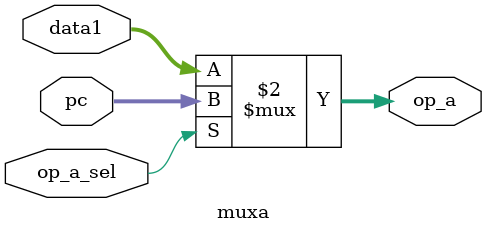
<source format=sv>
/* verilator lint_off EOFNEWLINE */
module muxa(
	input logic [31:0] data1,
	input logic [31:0] pc,
	input logic op_a_sel,
	output logic [31:0] op_a
);
assign op_a=(op_a_sel == 1)?pc:data1;
endmodule

</source>
